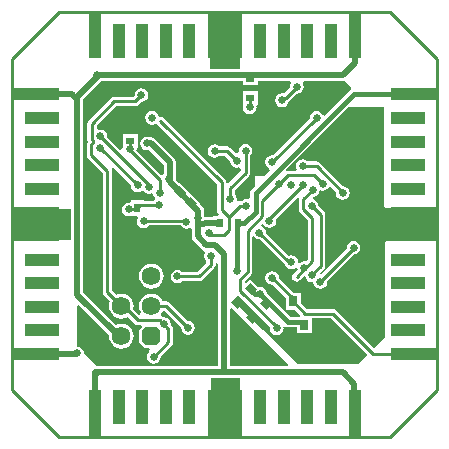
<source format=gbl>
%FSLAX24Y24*%
%MOIN*%
G70*
G01*
G75*
G04 Layer_Physical_Order=2*
G04 Layer_Color=16711680*
%ADD10R,0.0236X0.0315*%
G04:AMPARAMS|DCode=11|XSize=15.7mil|YSize=59.1mil|CornerRadius=0mil|HoleSize=0mil|Usage=FLASHONLY|Rotation=315.000|XOffset=0mil|YOffset=0mil|HoleType=Round|Shape=Rectangle|*
%AMROTATEDRECTD11*
4,1,4,-0.0264,-0.0153,0.0153,0.0264,0.0264,0.0153,-0.0153,-0.0264,-0.0264,-0.0153,0.0*
%
%ADD11ROTATEDRECTD11*%

G04:AMPARAMS|DCode=12|XSize=15.7mil|YSize=59.1mil|CornerRadius=0mil|HoleSize=0mil|Usage=FLASHONLY|Rotation=45.000|XOffset=0mil|YOffset=0mil|HoleType=Round|Shape=Rectangle|*
%AMROTATEDRECTD12*
4,1,4,0.0153,-0.0264,-0.0264,0.0153,-0.0153,0.0264,0.0264,-0.0153,0.0153,-0.0264,0.0*
%
%ADD12ROTATEDRECTD12*%

G04:AMPARAMS|DCode=13|XSize=15.7mil|YSize=59.1mil|CornerRadius=0mil|HoleSize=0mil|Usage=FLASHONLY|Rotation=45.000|XOffset=0mil|YOffset=0mil|HoleType=Round|Shape=Round|*
%AMOVALD13*
21,1,0.0433,0.0157,0.0000,0.0000,135.0*
1,1,0.0157,0.0153,-0.0153*
1,1,0.0157,-0.0153,0.0153*
%
%ADD13OVALD13*%

%ADD14R,0.0450X0.0450*%
%ADD15R,0.0472X0.1457*%
%ADD16C,0.0200*%
%ADD17C,0.0100*%
%ADD18C,0.0150*%
%ADD19R,0.0540X0.0670*%
%ADD20R,0.1080X0.0760*%
%ADD21R,0.1260X0.1080*%
%ADD22R,0.0820X0.1791*%
%ADD23R,0.0394X0.1575*%
%ADD24R,0.0394X0.1181*%
%ADD25R,0.1181X0.1575*%
%ADD26R,0.1575X0.0394*%
%ADD27R,0.1181X0.0394*%
%ADD28R,0.1575X0.1181*%
%ADD29C,0.0625*%
G04:AMPARAMS|DCode=30|XSize=62.5mil|YSize=62.5mil|CornerRadius=0mil|HoleSize=0mil|Usage=FLASHONLY|Rotation=180.000|XOffset=0mil|YOffset=0mil|HoleType=Round|Shape=Octagon|*
%AMOCTAGOND30*
4,1,8,-0.0313,0.0156,-0.0313,-0.0156,-0.0156,-0.0313,0.0156,-0.0313,0.0313,-0.0156,0.0313,0.0156,0.0156,0.0313,-0.0156,0.0313,-0.0313,0.0156,0.0*
%
%ADD30OCTAGOND30*%

%ADD31C,0.0250*%
G04:AMPARAMS|DCode=32|XSize=23.6mil|YSize=31.5mil|CornerRadius=0mil|HoleSize=0mil|Usage=FLASHONLY|Rotation=45.000|XOffset=0mil|YOffset=0mil|HoleType=Round|Shape=Rectangle|*
%AMROTATEDRECTD32*
4,1,4,0.0028,-0.0195,-0.0195,0.0028,-0.0028,0.0195,0.0195,-0.0028,0.0028,-0.0195,0.0*
%
%ADD32ROTATEDRECTD32*%

G04:AMPARAMS|DCode=33|XSize=23.6mil|YSize=31.5mil|CornerRadius=0mil|HoleSize=0mil|Usage=FLASHONLY|Rotation=135.000|XOffset=0mil|YOffset=0mil|HoleType=Round|Shape=Rectangle|*
%AMROTATEDRECTD33*
4,1,4,0.0195,0.0028,-0.0028,-0.0195,-0.0195,-0.0028,0.0028,0.0195,0.0195,0.0028,0.0*
%
%ADD33ROTATEDRECTD33*%

%ADD34R,0.0315X0.0236*%
%ADD35R,0.0310X0.0350*%
%ADD36R,0.0440X0.1070*%
G36*
X39308Y24616D02*
X39301Y24580D01*
X39318Y24492D01*
X39368Y24418D01*
X39442Y24368D01*
X39530Y24351D01*
X39618Y24368D01*
X39692Y24418D01*
X39742Y24492D01*
X39759Y24580D01*
X39750Y24628D01*
X39760Y24639D01*
X39795Y24656D01*
X39813Y24644D01*
X39842Y24625D01*
X39910Y24612D01*
X39910Y24612D01*
X40195D01*
Y24415D01*
X40705D01*
Y24917D01*
X41337D01*
X42552Y23702D01*
X42234Y23384D01*
X40234D01*
X39877Y23740D01*
X39084Y24534D01*
X38217Y25400D01*
Y25641D01*
X38263Y25660D01*
X39308Y24616D01*
D02*
G37*
G36*
X32671Y27530D02*
X32070D01*
Y28420D01*
X32020Y28470D01*
X32049Y28540D01*
X32671D01*
Y27530D01*
D02*
G37*
G36*
X38300Y22410D02*
X38251Y22360D01*
X37360D01*
X37340Y22368D01*
Y22908D01*
X38300D01*
Y22410D01*
D02*
G37*
G36*
X39920Y23380D02*
X39893Y23315D01*
X37974D01*
Y25235D01*
X38039Y25261D01*
X39920Y23380D01*
D02*
G37*
G36*
X40250Y28945D02*
X40272Y28925D01*
X40262Y28875D01*
Y28556D01*
X40274Y28498D01*
X40307Y28448D01*
X40567Y28188D01*
Y26883D01*
X40494Y26811D01*
X40450Y26819D01*
X40362Y26802D01*
X40296Y26758D01*
X40263Y26771D01*
X40249Y26782D01*
X40232Y26868D01*
X40182Y26942D01*
X40108Y26992D01*
X40020Y27009D01*
X39941Y26994D01*
X39177Y27757D01*
X39179Y27770D01*
X39162Y27858D01*
X39112Y27932D01*
X39038Y27982D01*
X39006Y27988D01*
X38991Y28038D01*
X39025Y28072D01*
X39077Y28059D01*
X39118Y27998D01*
X39192Y27948D01*
X39280Y27931D01*
X39368Y27948D01*
X39442Y27998D01*
X39492Y28072D01*
X39509Y28160D01*
X39497Y28221D01*
X40231Y28954D01*
X40250Y28945D01*
D02*
G37*
G36*
X42015Y32615D02*
Y32545D01*
X41981Y32511D01*
X41974Y32506D01*
X41974Y32506D01*
X41138Y31671D01*
X41066Y31697D01*
X41022Y31762D01*
X40948Y31812D01*
X40860Y31829D01*
X40772Y31812D01*
X40698Y31762D01*
X40648Y31688D01*
X40631Y31600D01*
X40633Y31588D01*
X39391Y30345D01*
X39380Y30348D01*
X39292Y30330D01*
X39218Y30280D01*
X39168Y30206D01*
X39151Y30118D01*
X39168Y30030D01*
X39218Y29956D01*
X39282Y29913D01*
X39305Y29838D01*
X39108Y29640D01*
X38790D01*
Y29322D01*
X38699Y29231D01*
X38660Y29173D01*
X38647Y29105D01*
Y28934D01*
X38577Y28888D01*
X38520Y28899D01*
X38432Y28882D01*
X38358Y28832D01*
X38352Y28823D01*
X38300D01*
X38254Y28814D01*
X38214Y28840D01*
X38192Y28862D01*
X38199Y28900D01*
X38182Y28988D01*
X38132Y29062D01*
X38123Y29068D01*
Y29187D01*
X38598Y29662D01*
X38631Y29711D01*
X38643Y29770D01*
Y30332D01*
X38652Y30338D01*
X38702Y30412D01*
X38719Y30500D01*
X38702Y30588D01*
X38652Y30662D01*
X38578Y30712D01*
X38490Y30729D01*
X38402Y30712D01*
X38328Y30662D01*
X38278Y30588D01*
X38261Y30500D01*
X38262Y30493D01*
X38208Y30427D01*
X38161Y30425D01*
X37988Y30598D01*
X37939Y30631D01*
X37880Y30643D01*
X37628D01*
X37622Y30652D01*
X37548Y30702D01*
X37460Y30719D01*
X37372Y30702D01*
X37298Y30652D01*
X37248Y30578D01*
X37231Y30490D01*
X37248Y30402D01*
X37298Y30328D01*
X37372Y30278D01*
X37460Y30261D01*
X37548Y30278D01*
X37622Y30328D01*
X37628Y30337D01*
X37817D01*
X37983Y30171D01*
X37981Y30160D01*
X37998Y30072D01*
X38048Y29998D01*
X38122Y29948D01*
X38210Y29931D01*
X38267Y29942D01*
X38331Y29901D01*
X38335Y29831D01*
X37918Y29414D01*
X37856Y29437D01*
X37847Y29443D01*
X37836Y29498D01*
X37803Y29548D01*
X35761Y31591D01*
X35711Y31624D01*
X35652Y31635D01*
X35643Y31634D01*
X35585Y31673D01*
X35582Y31688D01*
X35532Y31762D01*
X35458Y31812D01*
X35370Y31829D01*
X35282Y31812D01*
X35208Y31762D01*
X35158Y31688D01*
X35141Y31600D01*
X35158Y31512D01*
X35208Y31438D01*
X35282Y31388D01*
X35370Y31371D01*
X35458Y31388D01*
X35511Y31424D01*
X35544Y31374D01*
X37542Y29377D01*
Y28515D01*
X37554Y28456D01*
X37587Y28407D01*
X37592Y28402D01*
X37565Y28337D01*
X37407D01*
Y28279D01*
X37132D01*
X37122Y28328D01*
X37114Y28340D01*
Y28495D01*
X37098Y28573D01*
X37054Y28639D01*
X36979Y28714D01*
X36994Y28729D01*
X36629Y29094D01*
X36624Y29089D01*
X36269Y29444D01*
X36259Y29434D01*
X36173Y29520D01*
X36179Y29550D01*
X36164Y29628D01*
Y30110D01*
X36164Y30110D01*
X36148Y30188D01*
X36104Y30254D01*
X36104Y30254D01*
X35474Y30884D01*
X35408Y30928D01*
X35330Y30944D01*
X35310D01*
X35298Y30952D01*
X35210Y30969D01*
X35122Y30952D01*
X35048Y30902D01*
X34998Y30828D01*
X34981Y30740D01*
X34998Y30652D01*
X35048Y30578D01*
X35122Y30528D01*
X35210Y30511D01*
X35261Y30521D01*
X35756Y30026D01*
Y29724D01*
X35686Y29695D01*
X34855Y30527D01*
X34859Y30550D01*
X34859Y30553D01*
X34903Y30607D01*
X34907D01*
Y31043D01*
X34694D01*
X34645Y31053D01*
X34596Y31043D01*
X34393D01*
Y30607D01*
X34393D01*
X34393D01*
X34393Y30607D01*
X34384Y30561D01*
X34311Y30535D01*
X33877Y30969D01*
X33879Y30980D01*
X33862Y31068D01*
X33812Y31142D01*
X33738Y31192D01*
X33650Y31209D01*
X33598Y31199D01*
X33528Y31247D01*
Y31342D01*
X34173Y31987D01*
X34800D01*
X34859Y31999D01*
X34908Y32032D01*
X35009Y32133D01*
X35020Y32131D01*
X35108Y32148D01*
X35182Y32198D01*
X35232Y32272D01*
X35249Y32360D01*
X35232Y32448D01*
X35182Y32522D01*
X35108Y32572D01*
X35020Y32589D01*
X34932Y32572D01*
X34858Y32522D01*
X34808Y32448D01*
X34791Y32360D01*
X34793Y32349D01*
X34737Y32293D01*
X34110D01*
X34051Y32281D01*
X34002Y32248D01*
X33267Y31513D01*
X33234Y31464D01*
X33222Y31405D01*
Y30866D01*
X33234Y30808D01*
X33235Y30805D01*
X33214Y30772D01*
X33202Y30714D01*
Y30355D01*
X33214Y30296D01*
X33247Y30247D01*
X33735Y29759D01*
Y25782D01*
X33746Y25724D01*
X33779Y25674D01*
X33971Y25483D01*
X33948Y25428D01*
X33934Y25320D01*
X33948Y25212D01*
X33990Y25112D01*
X34056Y25026D01*
X34142Y24960D01*
X34242Y24918D01*
X34350Y24904D01*
X34458Y24918D01*
X34558Y24960D01*
X34567Y24967D01*
X34802Y24732D01*
X34851Y24699D01*
X34910Y24687D01*
X35007D01*
X35034Y24622D01*
X34938Y24526D01*
Y24114D01*
X35144Y23907D01*
X35288D01*
X35297Y23896D01*
X35280Y23801D01*
X35268Y23792D01*
X35218Y23718D01*
X35201Y23630D01*
X35218Y23542D01*
X35268Y23468D01*
X35342Y23418D01*
X35430Y23401D01*
X35518Y23418D01*
X35592Y23468D01*
X35642Y23542D01*
X35659Y23630D01*
X35657Y23641D01*
X36028Y24012D01*
X36061Y24061D01*
X36073Y24120D01*
Y24550D01*
X36061Y24609D01*
X36028Y24658D01*
X35994Y24692D01*
X35999Y24720D01*
X35982Y24808D01*
X35932Y24882D01*
X35858Y24932D01*
X35770Y24949D01*
X35742Y24944D01*
X35738Y24948D01*
X35692Y24979D01*
X35688Y24985D01*
X35668Y25057D01*
X35710Y25112D01*
X35725Y25147D01*
X35798Y25156D01*
X36343Y24611D01*
X36341Y24600D01*
X36358Y24512D01*
X36408Y24438D01*
X36482Y24388D01*
X36570Y24371D01*
X36658Y24388D01*
X36732Y24438D01*
X36782Y24512D01*
X36799Y24600D01*
X36782Y24688D01*
X36732Y24762D01*
X36658Y24812D01*
X36570Y24829D01*
X36559Y24827D01*
X35958Y25428D01*
X35909Y25461D01*
X35850Y25473D01*
X35733D01*
X35710Y25528D01*
X35644Y25614D01*
X35558Y25680D01*
X35458Y25722D01*
X35350Y25736D01*
X35242Y25722D01*
X35142Y25680D01*
X35056Y25614D01*
X34990Y25528D01*
X34948Y25428D01*
X34934Y25320D01*
X34948Y25212D01*
X34990Y25112D01*
X34959Y25036D01*
X34934Y25032D01*
X34752Y25214D01*
X34766Y25320D01*
X34752Y25428D01*
X34710Y25528D01*
X34644Y25614D01*
X34558Y25680D01*
X34458Y25722D01*
X34350Y25736D01*
X34242Y25722D01*
X34187Y25699D01*
X34040Y25846D01*
Y29822D01*
X34029Y29881D01*
X34019Y29896D01*
X34073Y29940D01*
X34663Y29351D01*
X34661Y29340D01*
X34678Y29252D01*
X34728Y29178D01*
X34802Y29128D01*
X34890Y29111D01*
X34978Y29128D01*
X35014Y29152D01*
X35106Y29141D01*
X35108Y29138D01*
X35182Y29088D01*
X35270Y29071D01*
X35358Y29088D01*
X35412Y29040D01*
X35418Y29010D01*
X35468Y28935D01*
X35458Y28858D01*
X35438Y28844D01*
X35432Y28835D01*
X35103D01*
Y28847D01*
X34667D01*
Y28811D01*
X34613Y28767D01*
X34600Y28769D01*
X34512Y28752D01*
X34438Y28702D01*
X34388Y28628D01*
X34371Y28540D01*
X34388Y28452D01*
X34438Y28378D01*
X34512Y28328D01*
X34600Y28311D01*
X34688Y28328D01*
X34694Y28333D01*
X34864D01*
X34901Y28263D01*
X34878Y28228D01*
X34861Y28140D01*
X34878Y28052D01*
X34928Y27978D01*
X35002Y27928D01*
X35090Y27911D01*
X35178Y27928D01*
X35252Y27978D01*
X35275Y28012D01*
X36328D01*
X36358Y27968D01*
X36432Y27918D01*
X36520Y27901D01*
X36608Y27918D01*
X36626Y27930D01*
X36696Y27893D01*
Y27640D01*
X36712Y27562D01*
X36756Y27496D01*
X37041Y27211D01*
X37107Y27167D01*
X37136Y27089D01*
X37128Y27078D01*
X37111Y26990D01*
X37128Y26902D01*
X37178Y26828D01*
X37181Y26757D01*
X36887Y26463D01*
X36388D01*
X36382Y26472D01*
X36308Y26522D01*
X36220Y26539D01*
X36132Y26522D01*
X36058Y26472D01*
X36008Y26398D01*
X35991Y26310D01*
X36008Y26222D01*
X36058Y26148D01*
X36132Y26098D01*
X36220Y26081D01*
X36308Y26098D01*
X36382Y26148D01*
X36388Y26157D01*
X36950D01*
X37009Y26169D01*
X37058Y26202D01*
X37448Y26592D01*
X37481Y26641D01*
X37493Y26700D01*
Y26752D01*
X37496Y26758D01*
X37496Y26758D01*
X37566Y26719D01*
Y23315D01*
X33570D01*
X33549Y23320D01*
X33105Y23764D01*
X33092Y23828D01*
X33042Y23902D01*
X32968Y23952D01*
X32880Y23969D01*
Y24450D01*
Y25320D01*
X32945Y25347D01*
X33938Y24353D01*
X33934Y24320D01*
X33948Y24212D01*
X33990Y24112D01*
X34056Y24026D01*
X34142Y23960D01*
X34242Y23918D01*
X34350Y23904D01*
X34458Y23918D01*
X34558Y23960D01*
X34644Y24026D01*
X34710Y24112D01*
X34752Y24212D01*
X34766Y24320D01*
X34752Y24428D01*
X34710Y24528D01*
X34644Y24614D01*
X34558Y24680D01*
X34458Y24722D01*
X34350Y24736D01*
X34242Y24722D01*
X34175Y24694D01*
X33079Y25789D01*
Y32205D01*
X33078Y32210D01*
X33689Y32821D01*
X38393D01*
Y32677D01*
X38907D01*
Y32821D01*
X39973D01*
X40010Y32751D01*
X39988Y32718D01*
X39971Y32630D01*
X39973Y32619D01*
X39767Y32413D01*
X39740D01*
X39716Y32408D01*
X39710Y32409D01*
X39622Y32392D01*
X39548Y32342D01*
X39498Y32268D01*
X39481Y32180D01*
X39498Y32092D01*
X39548Y32018D01*
X39622Y31968D01*
X39710Y31951D01*
X39798Y31968D01*
X39872Y32018D01*
X39922Y32092D01*
X39933Y32149D01*
X39938Y32152D01*
X40189Y32403D01*
X40200Y32401D01*
X40288Y32418D01*
X40362Y32468D01*
X40412Y32542D01*
X40429Y32630D01*
X40412Y32718D01*
X40390Y32751D01*
X40427Y32821D01*
X41745D01*
X41798Y32832D01*
X42015Y32615D01*
D02*
G37*
G36*
X38320Y33825D02*
Y33229D01*
X37300D01*
Y33670D01*
X38266Y33869D01*
X38320Y33825D01*
D02*
G37*
G36*
X43100Y28650D02*
X43150Y28600D01*
X43341D01*
X43353Y28551D01*
X43350Y28550D01*
Y27500D01*
X43200D01*
X43150Y27450D01*
Y27250D01*
Y24300D01*
X42768Y23918D01*
X41508Y25178D01*
X41459Y25211D01*
X41400Y25223D01*
X40543D01*
X40335Y25431D01*
Y25755D01*
X40101D01*
X39607Y26249D01*
X39609Y26260D01*
X39592Y26348D01*
X39542Y26422D01*
X39468Y26472D01*
X39380Y26489D01*
X39292Y26472D01*
X39218Y26422D01*
X39168Y26348D01*
X39151Y26260D01*
X39168Y26172D01*
X39218Y26098D01*
X39292Y26048D01*
X39380Y26031D01*
X39391Y26033D01*
X39825Y25599D01*
Y25205D01*
X40129D01*
X40315Y25018D01*
X40295Y24968D01*
X39984D01*
X39194Y25759D01*
X39182Y25818D01*
X39132Y25892D01*
X39058Y25942D01*
X38970Y25959D01*
X38907Y25947D01*
X38635Y26219D01*
X38521Y26105D01*
X38476Y26123D01*
X38472Y26166D01*
X38668Y26363D01*
X38701Y26413D01*
X38713Y26471D01*
Y27630D01*
X38763Y27645D01*
X38788Y27608D01*
X38862Y27558D01*
X38950Y27541D01*
X38959Y27542D01*
X39808Y26694D01*
X39808Y26692D01*
X39858Y26618D01*
X39932Y26568D01*
X40020Y26551D01*
X40108Y26568D01*
X40174Y26612D01*
X40207Y26599D01*
X40218Y26591D01*
X40223Y26540D01*
X40082Y26398D01*
X40049Y26349D01*
X40037Y26290D01*
X40049Y26231D01*
X40082Y26182D01*
X40131Y26149D01*
X40190Y26137D01*
X40249Y26149D01*
X40298Y26182D01*
X40436Y26319D01*
X40490Y26303D01*
X40498Y26262D01*
X40548Y26188D01*
X40622Y26138D01*
X40710Y26121D01*
X40743Y26127D01*
X40751Y26120D01*
X40768Y26032D01*
X40818Y25958D01*
X40892Y25908D01*
X40980Y25891D01*
X41068Y25908D01*
X41142Y25958D01*
X41192Y26032D01*
X41209Y26120D01*
X41206Y26139D01*
X42111Y27045D01*
X42178Y27058D01*
X42252Y27108D01*
X42302Y27182D01*
X42319Y27270D01*
X42302Y27358D01*
X42252Y27432D01*
X42178Y27482D01*
X42090Y27499D01*
X42002Y27482D01*
X41928Y27432D01*
X41878Y27358D01*
X41861Y27270D01*
X41868Y27234D01*
X41015Y26382D01*
X40960Y26395D01*
X40956Y26410D01*
X41098Y26552D01*
X41131Y26601D01*
X41143Y26660D01*
Y28370D01*
X41131Y28429D01*
X41098Y28478D01*
X40917Y28659D01*
X40919Y28670D01*
X40902Y28758D01*
X40852Y28832D01*
X40778Y28882D01*
X40753Y28887D01*
X40739Y28907D01*
X40733Y28942D01*
X40751Y28963D01*
X40828Y28978D01*
X40902Y29028D01*
X40952Y29102D01*
X40969Y29187D01*
X40972Y29188D01*
X41060Y29171D01*
X41148Y29188D01*
X41222Y29238D01*
X41263Y29299D01*
X41319Y29313D01*
X41508Y29125D01*
X41501Y29090D01*
X41518Y29002D01*
X41568Y28928D01*
X41642Y28878D01*
X41730Y28861D01*
X41818Y28878D01*
X41892Y28928D01*
X41942Y29002D01*
X41959Y29090D01*
X41942Y29178D01*
X41892Y29252D01*
X41818Y29302D01*
X41750Y29315D01*
X40967Y30098D01*
X40917Y30131D01*
X40859Y30143D01*
X40558D01*
X40552Y30152D01*
X40478Y30202D01*
X40390Y30219D01*
X40302Y30202D01*
X40228Y30152D01*
X40178Y30078D01*
X40161Y29990D01*
X40178Y29902D01*
X40195Y29877D01*
X40171Y29833D01*
X39911D01*
X39867Y29824D01*
X39842Y29870D01*
X41922Y31950D01*
X43100D01*
Y28650D01*
D02*
G37*
%LPC*%
G36*
X35350Y26736D02*
X35242Y26722D01*
X35142Y26680D01*
X35056Y26614D01*
X34990Y26528D01*
X34948Y26428D01*
X34934Y26320D01*
X34948Y26212D01*
X34990Y26112D01*
X35056Y26026D01*
X35142Y25960D01*
X35242Y25918D01*
X35350Y25904D01*
X35458Y25918D01*
X35558Y25960D01*
X35644Y26026D01*
X35710Y26112D01*
X35752Y26212D01*
X35766Y26320D01*
X35752Y26428D01*
X35710Y26528D01*
X35644Y26614D01*
X35558Y26680D01*
X35458Y26722D01*
X35350Y26736D01*
D02*
G37*
G36*
X38907Y32483D02*
X38393D01*
Y32047D01*
X38393Y32047D01*
X38393D01*
X38408Y31977D01*
X38401Y31940D01*
X38418Y31852D01*
X38468Y31778D01*
X38542Y31728D01*
X38630Y31711D01*
X38718Y31728D01*
X38792Y31778D01*
X38842Y31852D01*
X38859Y31940D01*
X38852Y31977D01*
X38907Y32047D01*
X38907D01*
Y32483D01*
D02*
G37*
%LPD*%
D10*
X37625Y28080D02*
D03*
X38255D02*
D03*
X34255Y28590D02*
D03*
X34885D02*
D03*
D16*
X34170Y24320D02*
Y24410D01*
X37770Y23112D02*
X41739D01*
X33468D02*
X37770D01*
X33468Y21750D02*
Y23112D01*
X33605Y33025D02*
X41745D01*
X32875Y32295D02*
X33605Y33025D01*
X35210Y30740D02*
X35330D01*
X35960Y30110D01*
X41745Y33025D02*
X42130Y33410D01*
X32875Y25705D02*
Y32205D01*
X32700Y32380D02*
X32875Y32205D01*
X31500Y32380D02*
X32700D01*
X32875Y25705D02*
X34170Y24410D01*
X31500Y23719D02*
X32861D01*
X37485Y27355D02*
X37770Y27070D01*
Y23112D02*
Y27070D01*
X42120Y21760D02*
Y22730D01*
X41739Y23112D02*
X42120Y22730D01*
X42130Y33410D02*
Y34348D01*
X35960Y29445D02*
Y30110D01*
X36490Y29870D02*
X37400Y28960D01*
X37185Y27355D02*
X37485D01*
X37125Y28075D02*
X37520D01*
X37525Y28070D01*
X37120D02*
X37125Y28075D01*
X36910Y28070D02*
X37120D01*
X36900Y27640D02*
X37185Y27355D01*
X36900Y27640D02*
Y28260D01*
X36910D02*
Y28495D01*
X36297Y29107D02*
X36910Y28495D01*
X35960Y29445D02*
X36297Y29107D01*
X42120Y21760D02*
X42130Y21750D01*
D17*
X34110Y32140D02*
X34800D01*
X35020Y32360D01*
X33375Y31405D02*
X34110Y32140D01*
X33355Y30355D02*
X33888Y29822D01*
X33375Y30866D02*
Y31405D01*
X33355Y30355D02*
Y30714D01*
X33375Y30866D02*
X33400Y30841D01*
Y30759D02*
Y30841D01*
X33355Y30714D02*
X33400Y30759D01*
X33630Y30600D02*
X34890Y29340D01*
X35270Y29300D02*
Y29360D01*
X38318Y26229D02*
X38560Y26471D01*
X38318Y25822D02*
X39530Y24610D01*
X38318Y25822D02*
Y26229D01*
X40980Y26120D02*
Y26130D01*
X40690Y28670D02*
X40990Y28370D01*
Y26660D02*
Y28370D01*
X40680Y26350D02*
X40990Y26660D01*
X40415Y28556D02*
X40720Y28251D01*
Y26820D02*
Y28251D01*
X40190Y26290D02*
X40720Y26820D01*
X40980Y26130D02*
X42110Y27260D01*
X40859Y29990D02*
X41744Y29104D01*
X40680Y26350D02*
X40710D01*
X38950Y27768D02*
X39938Y26780D01*
X40020D01*
X40480Y25070D02*
X41400D01*
X40060Y25490D02*
X40480Y25070D01*
X39530Y24580D02*
Y24610D01*
X39380Y26260D02*
X40060Y25580D01*
Y25490D02*
Y25580D01*
X40390Y29990D02*
X40859D01*
X39911Y29680D02*
X40780D01*
X39830Y32260D02*
X40200Y32630D01*
X40780Y29680D02*
X41060Y29400D01*
X39050Y28819D02*
X39911Y29680D01*
X38630Y32245D02*
X38650Y32265D01*
X38630Y31940D02*
Y32245D01*
X37695Y28515D02*
Y29440D01*
X35652Y31483D02*
X37695Y29440D01*
X33888Y25782D02*
Y29822D01*
Y25782D02*
X34350Y25320D01*
X35630Y24840D02*
X35920Y24550D01*
X34910Y24840D02*
X35630D01*
X34540Y25210D02*
X34910Y24840D01*
X35920Y24120D02*
Y24550D01*
X35430Y23630D02*
X35920Y24120D01*
X34420Y25210D02*
X34540D01*
X34350Y25140D02*
X34420Y25210D01*
X34350Y25140D02*
Y25320D01*
X39710Y32180D02*
Y32230D01*
X39740Y32260D01*
X39830D01*
X39380Y30118D02*
X40828Y31567D01*
X37120Y31040D02*
X38600D01*
X37880Y30490D02*
X38210Y30160D01*
X37460Y30490D02*
X37880D01*
X37970Y29250D02*
X38490Y29770D01*
Y30500D01*
X37695Y28515D02*
X37930Y28280D01*
X37330Y27680D02*
X37770D01*
X37260Y27750D02*
X37330Y27680D01*
X37340Y26700D02*
Y26990D01*
X36950Y26310D02*
X37340Y26700D01*
X37770Y27680D02*
X37930Y27840D01*
X37970Y28900D02*
Y29250D01*
X38300Y28670D02*
X38520D01*
X38300D02*
X38310Y28660D01*
X37930Y28280D02*
X38310Y28660D01*
X37930Y27840D02*
Y28280D01*
X39050Y28319D02*
Y28819D01*
X38560Y27829D02*
X39050Y28319D01*
X38560Y26471D02*
Y27829D01*
X40415Y28875D02*
X40730Y29190D01*
X40415Y28556D02*
Y28875D01*
X40410Y29350D02*
Y29370D01*
X40730Y29190D02*
X40740D01*
X38950Y27768D02*
Y27770D01*
X39280Y28220D02*
X40410Y29350D01*
X39280Y28160D02*
Y28220D01*
X35630Y29097D02*
Y29535D01*
X34630Y30535D02*
X35630Y29535D01*
X34630Y30535D02*
Y30550D01*
X33650Y30980D02*
X35270Y29360D01*
X34982Y28682D02*
X35600D01*
X34820Y28520D02*
X34982Y28682D01*
X36220Y26310D02*
X36950D01*
X35090Y28140D02*
X35115Y28165D01*
X36485D02*
X36520Y28130D01*
X35850Y25320D02*
X36570Y24600D01*
X35350Y25320D02*
X35850D01*
X41400Y25070D02*
X42751Y23719D01*
X44098D01*
X36600Y34330D02*
X36618Y34348D01*
X35115Y28165D02*
X36485D01*
X34600Y28540D02*
X34800D01*
X34820Y28520D01*
X34630Y30885D02*
X34645Y30900D01*
X34630Y30550D02*
Y30885D01*
X30713Y33561D02*
X32287Y35136D01*
X30713Y22537D02*
Y33561D01*
Y22537D02*
X32287Y20963D01*
X43311D01*
X44886Y22537D01*
Y33561D01*
X43311Y35136D02*
X44886Y33561D01*
X32287Y35136D02*
X43311D01*
D18*
X38970Y25730D02*
X39910Y24790D01*
X38825Y29105D02*
X42100Y32380D01*
X38435Y28080D02*
X38825Y28470D01*
X38255Y28080D02*
X38435D01*
X38825Y28470D02*
Y29105D01*
X38200Y26500D02*
Y27980D01*
X38663Y25883D02*
X38815Y25730D01*
X38970D01*
X42100Y32380D02*
X44098D01*
X39910Y24790D02*
X40350D01*
D23*
X42130Y34348D02*
D03*
X33468D02*
D03*
X33469Y21750D02*
D03*
X42130D02*
D03*
D24*
X41343Y34152D02*
D03*
X40555D02*
D03*
X39768D02*
D03*
X38980D02*
D03*
X36618D02*
D03*
X35831D02*
D03*
X35043D02*
D03*
X34256D02*
D03*
Y21947D02*
D03*
X35043D02*
D03*
X35831D02*
D03*
X36618D02*
D03*
X38980D02*
D03*
X39768D02*
D03*
X40555D02*
D03*
X41343D02*
D03*
D25*
X37799Y34348D02*
D03*
Y21750D02*
D03*
D26*
X44098Y32380D02*
D03*
Y23719D02*
D03*
X31500Y23719D02*
D03*
Y32380D02*
D03*
D27*
X43902Y31593D02*
D03*
Y30805D02*
D03*
Y30018D02*
D03*
Y29230D02*
D03*
Y26868D02*
D03*
Y26081D02*
D03*
Y25293D02*
D03*
Y24506D02*
D03*
X31697D02*
D03*
Y25293D02*
D03*
Y26081D02*
D03*
Y26868D02*
D03*
Y29230D02*
D03*
Y30018D02*
D03*
Y30805D02*
D03*
Y31593D02*
D03*
D28*
X44098Y28049D02*
D03*
X31500D02*
D03*
D29*
X35350Y26320D02*
D03*
Y25320D02*
D03*
X34350Y24320D02*
D03*
Y25320D02*
D03*
Y26320D02*
D03*
D30*
X35350Y24320D02*
D03*
D31*
X35020Y32360D02*
D03*
X35370Y31600D02*
D03*
X35210Y30740D02*
D03*
X37490Y32530D02*
D03*
X34890Y29340D02*
D03*
X35270Y29300D02*
D03*
X41600Y24260D02*
D03*
X41970Y23910D02*
D03*
X42140Y24830D02*
D03*
X42560Y24540D02*
D03*
X40980Y26120D02*
D03*
X41730Y29090D02*
D03*
X42090Y27270D02*
D03*
X40710Y26350D02*
D03*
X40450Y26590D02*
D03*
X40020Y26780D02*
D03*
X39530Y24580D02*
D03*
X40390Y29990D02*
D03*
X40200Y32630D02*
D03*
X43030Y28400D02*
D03*
X42540Y28420D02*
D03*
X42520Y27590D02*
D03*
X43030Y27610D02*
D03*
X38630Y31940D02*
D03*
X33550Y33030D02*
D03*
X38100Y32470D02*
D03*
X38140Y33350D02*
D03*
X37510Y33370D02*
D03*
X33500Y23100D02*
D03*
X32880Y23740D02*
D03*
X35770Y24720D02*
D03*
X35430Y23630D02*
D03*
X33200Y28370D02*
D03*
Y27770D02*
D03*
X32540Y28370D02*
D03*
X32520Y27780D02*
D03*
X37370Y24130D02*
D03*
Y23480D02*
D03*
X38190Y24131D02*
D03*
X38160Y23510D02*
D03*
X39710Y32180D02*
D03*
X40860Y31600D02*
D03*
X39380Y30118D02*
D03*
X37120Y31040D02*
D03*
X38600D02*
D03*
X37460Y30490D02*
D03*
X38490Y30500D02*
D03*
X38210Y30160D02*
D03*
X36490Y29870D02*
D03*
X37400Y28960D02*
D03*
X37340Y26990D02*
D03*
X37260Y27750D02*
D03*
X37970Y28900D02*
D03*
X38520Y28670D02*
D03*
X38850Y27200D02*
D03*
X39990Y29370D02*
D03*
X40690Y28670D02*
D03*
X39610Y29380D02*
D03*
X40410Y29370D02*
D03*
X40740Y29190D02*
D03*
X41060Y29400D02*
D03*
X38950Y27770D02*
D03*
X39280Y28160D02*
D03*
X36910Y28240D02*
D03*
X35950Y29550D02*
D03*
X35630Y29097D02*
D03*
X35600Y28682D02*
D03*
X36220Y26310D02*
D03*
X35090Y28140D02*
D03*
X36520Y28130D02*
D03*
X33650Y30980D02*
D03*
X33630Y30600D02*
D03*
X39630Y26530D02*
D03*
X39380Y26260D02*
D03*
X38970Y25730D02*
D03*
X36570Y24600D02*
D03*
X34600Y28540D02*
D03*
X34630Y30550D02*
D03*
X38200Y26500D02*
D03*
D32*
X38663Y25883D02*
D03*
X38217Y25437D02*
D03*
X39163Y25383D02*
D03*
X38717Y24937D02*
D03*
X36743Y29553D02*
D03*
X36297Y29107D02*
D03*
X37103Y29203D02*
D03*
X36657Y28757D02*
D03*
D33*
X41477Y32193D02*
D03*
X41923Y31747D02*
D03*
D34*
X38650Y32265D02*
D03*
Y32895D02*
D03*
X34650Y30825D02*
D03*
Y31455D02*
D03*
D35*
X40080Y25480D02*
D03*
X40820D02*
D03*
X40450Y24690D02*
D03*
D36*
X43340Y28045D02*
D03*
M02*

</source>
